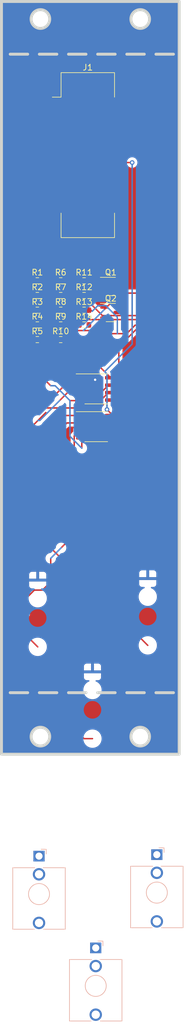
<source format=kicad_pcb>
(kicad_pcb (version 20221018) (generator pcbnew)
  (layers (0 "F.Cu" signal) (31 "B.Cu" signal) (34 "B.Paste" user) (35 "F.Paste" user) (36 "B.SilkS" user "B.Silkscreen") (37 "F.SilkS" user "F.Silkscreen") (38 "B.Mask" user) (39 "F.Mask" user) (44 "Edge.Cuts" user))
  (net 0 "")
  (net 1 "-12V")
  (net 2 "GND")
  (net 3 "+12V")
  (net 4 "Net-(JCV1-PadT)")
  (net 6 "Net-(JIN1-PadT)")
  (net 8 "Net-(JOUT1-PadT)")
  (net 10 "Net-(Q1-E)")
  (net 11 "Net-(Q1-B)")
  (net 12 "Net-(R1-Pad1)")
  (net 13 "Net-(U1A--)")
  (net 14 "Net-(U1B-+)")
  (net 15 "Net-(U1B--)")
  (net 16 "Net-(R10-Pad1)")
  (net 17 "Net-(U2A--)")
  (net 18 "Net-(U2A-+)")
  (net 22 "+5V")
  (net 23 "Net-(J1-CV_L)")
  (net 24 "Net-(J1-GATE_L)")
  (net 25 "Net-(Q1-C)")
  (net 26 "Net-(Q2-C)")
  (footprint "Resistor_SMD:R_0603_1608Metric" (layer "F.Cu") (at 26.153 75.214)
    (fp_text reference "R4" (at 0 -1.43) (layer "F.SilkS"))
    (fp_text value "100k")
    (fp_line (start -0.237258 -0.5225) (end 0.237258 -0.5225) (stroke (width 0.12)) (layer "F.SilkS"))
    (fp_line (start -0.237258 0.5225) (end 0.237258 0.5225) (stroke (width 0.12)) (layer "F.SilkS"))
    (pad "1" smd roundrect (at -0.825 0) (size 0.8 0.95) (layers "F.Cu" "F.Paste" "F.Mask") (net 6 "Net-(JIN1-PadT)"))
    (pad "2" smd roundrect (at 0.825 0) (size 0.8 0.95) (layers "F.Cu" "F.Paste" "F.Mask") (net 11 "Net-(Q1-B)"))
  )
  (footprint "Resistor_SMD:R_0603_1608Metric" (layer "F.Cu") (at 26.153 72.704)
    (fp_text reference "R3" (at 0 -1.43) (layer "F.SilkS"))
    (fp_text value "200k")
    (fp_line (start -0.237258 -0.5225) (end 0.237258 -0.5225) (stroke (width 0.12)) (layer "F.SilkS"))
    (fp_line (start -0.237258 0.5225) (end 0.237258 0.5225) (stroke (width 0.12)) (layer "F.SilkS"))
    (pad "1" smd roundrect (at -0.825 0) (size 0.8 0.95) (layers "F.Cu" "F.Paste" "F.Mask") (net 4 "Net-(JCV1-PadT)"))
    (pad "2" smd roundrect (at 0.825 0) (size 0.8 0.95) (layers "F.Cu" "F.Paste" "F.Mask") (net 13 "Net-(U1A--)"))
  )
  (footprint "Resistor_SMD:R_0603_1608Metric" (layer "F.Cu") (at 30.163 72.704)
    (fp_text reference "R8" (at 0 -1.43) (layer "F.SilkS"))
    (fp_text value "10k")
    (fp_line (start -0.237258 -0.5225) (end 0.237258 -0.5225) (stroke (width 0.12)) (layer "F.SilkS"))
    (fp_line (start -0.237258 0.5225) (end 0.237258 0.5225) (stroke (width 0.12)) (layer "F.SilkS"))
    (pad "1" smd roundrect (at -0.825 0) (size 0.8 0.95) (layers "F.Cu" "F.Paste" "F.Mask") (net 15 "Net-(U1B--)"))
    (pad "2" smd roundrect (at 0.825 0) (size 0.8 0.95) (layers "F.Cu" "F.Paste" "F.Mask") (net 25 "Net-(Q1-C)"))
  )
  (footprint "Resistor_SMD:R_0603_1608Metric" (layer "F.Cu") (at 30.163 67.684)
    (fp_text reference "R6" (at 0 -1.43) (layer "F.SilkS"))
    (fp_text value "100k")
    (fp_line (start -0.237258 -0.5225) (end 0.237258 -0.5225) (stroke (width 0.12)) (layer "F.SilkS"))
    (fp_line (start -0.237258 0.5225) (end 0.237258 0.5225) (stroke (width 0.12)) (layer "F.SilkS"))
    (pad "1" smd roundrect (at -0.825 0) (size 0.8 0.95) (layers "F.Cu" "F.Paste" "F.Mask") (net 26 "Net-(Q2-C)"))
    (pad "2" smd roundrect (at 0.825 0) (size 0.8 0.95) (layers "F.Cu" "F.Paste" "F.Mask") (net 3 "+12V"))
  )
  (footprint "Package_TO_SOT_SMD:SOT-23-3" (layer "F.Cu") (at 38.753 73.104)
    (fp_text reference "Q2" (at 0 -2.4) (layer "F.SilkS"))
    (fp_text value "2N3904")
    (fp_line (start 0 -1.56) (end -1.8 -1.56) (stroke (width 0.12)) (layer "F.SilkS"))
    (fp_line (start 0 -1.56) (end 0.8 -1.56) (stroke (width 0.12)) (layer "F.SilkS"))
    (fp_line (start 0 1.56) (end -0.8 1.56) (stroke (width 0.12)) (layer "F.SilkS"))
    (fp_line (start 0 1.56) (end 0.8 1.56) (stroke (width 0.12)) (layer "F.SilkS"))
    (pad "1" smd roundrect (at -1.1375 -0.95) (size 1.325 0.6) (layers "F.Cu" "F.Paste" "F.Mask") (net 10 "Net-(Q1-E)"))
    (pad "2" smd roundrect (at -1.1375 0.95) (size 1.325 0.6) (layers "F.Cu" "F.Paste" "F.Mask") (net 2 "GND"))
    (pad "3" smd roundrect (at 1.1375 0) (size 1.325 0.6) (layers "F.Cu" "F.Paste" "F.Mask") (net 26 "Net-(Q2-C)"))
  )
  (footprint "Resistor_SMD:R_0603_1608Metric" (layer "F.Cu") (at 34.173 67.684)
    (fp_text reference "R11" (at 0 -1.43) (layer "F.SilkS"))
    (fp_text value "1k")
    (fp_line (start -0.237258 -0.5225) (end 0.237258 -0.5225) (stroke (width 0.12)) (layer "F.SilkS"))
    (fp_line (start -0.237258 0.5225) (end 0.237258 0.5225) (stroke (width 0.12)) (layer "F.SilkS"))
    (pad "1" smd roundrect (at -0.825 0) (size 0.8 0.95) (layers "F.Cu" "F.Paste" "F.Mask") (net 2 "GND"))
    (pad "2" smd roundrect (at 0.825 0) (size 0.8 0.95) (layers "F.Cu" "F.Paste" "F.Mask") (net 17 "Net-(U2A--)"))
  )
  (footprint "Resistor_SMD:R_0603_1608Metric" (layer "F.Cu") (at 34.173 72.704)
    (fp_text reference "R13" (at 0 -1.43) (layer "F.SilkS"))
    (fp_text value "470k")
    (fp_line (start -0.237258 -0.5225) (end 0.237258 -0.5225) (stroke (width 0.12)) (layer "F.SilkS"))
    (fp_line (start -0.237258 0.5225) (end 0.237258 0.5225) (stroke (width 0.12)) (layer "F.SilkS"))
    (pad "1" smd roundrect (at -0.825 0) (size 0.8 0.95) (layers "F.Cu" "F.Paste" "F.Mask") (net 2 "GND"))
    (pad "2" smd roundrect (at 0.825 0) (size 0.8 0.95) (layers "F.Cu" "F.Paste" "F.Mask") (net 14 "Net-(U1B-+)"))
  )
  (footprint "Package_SO:SOIC-8_3.9x4.9mm_P1.27mm" (layer "F.Cu") (at 36.257 92.588)
    (fp_text reference "U2" hide)
    (fp_text value "TL072" hide)
    (fp_line (start 0 -2.56) (end -3.45 -2.56) (stroke (width 0.12)) (layer "F.SilkS"))
    (fp_line (start 0 -2.56) (end 1.95 -2.56) (stroke (width 0.12)) (layer "F.SilkS"))
    (fp_line (start 0 2.56) (end -1.95 2.56) (stroke (width 0.12)) (layer "F.SilkS"))
    (fp_line (start 0 2.56) (end 1.95 2.56) (stroke (width 0.12)) (layer "F.SilkS"))
    (pad "1" smd roundrect (at -2.475 -1.905) (size 1.95 0.6) (layers "F.Cu" "F.Paste" "F.Mask") (net 16 "Net-(R10-Pad1)"))
    (pad "2" smd roundrect (at -2.475 -0.635) (size 1.95 0.6) (layers "F.Cu" "F.Paste" "F.Mask") (net 17 "Net-(U2A--)"))
    (pad "3" smd roundrect (at -2.475 0.635) (size 1.95 0.6) (layers "F.Cu" "F.Paste" "F.Mask") (net 18 "Net-(U2A-+)"))
    (pad "4" smd roundrect (at -2.475 1.905) (size 1.95 0.6) (layers "F.Cu" "F.Paste" "F.Mask") (net 1 "-12V"))
    (pad "5" smd roundrect (at 2.475 1.905) (size 1.95 0.6) (layers "F.Cu" "F.Paste" "F.Mask"))
    (pad "6" smd roundrect (at 2.475 0.635) (size 1.95 0.6) (layers "F.Cu" "F.Paste" "F.Mask"))
    (pad "7" smd roundrect (at 2.475 -0.635) (size 1.95 0.6) (layers "F.Cu" "F.Paste" "F.Mask"))
    (pad "8" smd roundrect (at 2.475 -1.905) (size 1.95 0.6) (layers "F.Cu" "F.Paste" "F.Mask") (net 3 "+12V"))
  )
  (footprint "Resistor_SMD:R_0603_1608Metric" (layer "F.Cu") (at 26.153 67.684)
    (fp_text reference "R1" (at 0 -1.43) (layer "F.SilkS"))
    (fp_text value "10k")
    (fp_line (start -0.237258 -0.5225) (end 0.237258 -0.5225) (stroke (width 0.12)) (layer "F.SilkS"))
    (fp_line (start -0.237258 0.5225) (end 0.237258 0.5225) (stroke (width 0.12)) (layer "F.SilkS"))
    (pad "1" smd roundrect (at -0.825 0) (size 0.8 0.95) (layers "F.Cu" "F.Paste" "F.Mask") (net 12 "Net-(R1-Pad1)"))
    (pad "2" smd roundrect (at 0.825 0) (size 0.8 0.95) (layers "F.Cu" "F.Paste" "F.Mask") (net 10 "Net-(Q1-E)"))
  )
  (footprint "Resistor_SMD:R_0603_1608Metric" (layer "F.Cu") (at 26.153 70.194)
    (fp_text reference "R2" (at 0 -1.43) (layer "F.SilkS"))
    (fp_text value "33k")
    (fp_line (start -0.237258 -0.5225) (end 0.237258 -0.5225) (stroke (width 0.12)) (layer "F.SilkS"))
    (fp_line (start -0.237258 0.5225) (end 0.237258 0.5225) (stroke (width 0.12)) (layer "F.SilkS"))
    (pad "1" smd roundrect (at -0.825 0) (size 0.8 0.95) (layers "F.Cu" "F.Paste" "F.Mask") (net 13 "Net-(U1A--)"))
    (pad "2" smd roundrect (at 0.825 0) (size 0.8 0.95) (layers "F.Cu" "F.Paste" "F.Mask") (net 12 "Net-(R1-Pad1)"))
  )
  (footprint "Connector_IDC:IDC-Header_2x08_P2.54mm_Vertical_SMD" (layer "F.Cu") (at 34.808 46.232)
    (fp_text reference "J1" (at 0 -14.97) (layer "F.SilkS"))
    (fp_text value "EuroPower16")
    (fp_line (start -4.585 -14.08) (end 4.585 -14.08) (stroke (width 0.12)) (layer "F.SilkS"))
    (fp_line (start -4.585 -9.9) (end -6.085 -9.9) (stroke (width 0.12)) (layer "F.SilkS"))
    (fp_line (start -4.585 -9.9) (end -4.585 -14.08) (stroke (width 0.12)) (layer "F.SilkS"))
    (fp_line (start -4.585 9.9) (end -4.585 14.08) (stroke (width 0.12)) (layer "F.SilkS"))
    (fp_line (start -4.585 14.08) (end 4.585 14.08) (stroke (width 0.12)) (layer "F.SilkS"))
    (fp_line (start 4.585 -14.08) (end 4.585 -9.9) (stroke (width 0.12)) (layer "F.SilkS"))
    (fp_line (start 4.585 14.08) (end 4.585 9.9) (stroke (width 0.12)) (layer "F.SilkS"))
    (pad "1" smd roundrect (at -3.8 -8.89) (size 5 1.02) (layers "F.Cu" "F.Paste" "F.Mask") (net 1 "-12V"))
    (pad "2" smd roundrect (at 3.8 -8.89) (size 5 1.02) (layers "F.Cu" "F.Paste" "F.Mask") (net 1 "-12V"))
    (pad "3" smd roundrect (at -3.8 -6.35) (size 5 1.02) (layers "F.Cu" "F.Paste" "F.Mask") (net 2 "GND"))
    (pad "4" smd roundrect (at 3.8 -6.35) (size 5 1.02) (layers "F.Cu" "F.Paste" "F.Mask") (net 2 "GND"))
    (pad "5" smd roundrect (at -3.8 -3.81) (size 5 1.02) (layers "F.Cu" "F.Paste" "F.Mask") (net 2 "GND"))
    (pad "6" smd roundrect (at 3.8 -3.81) (size 5 1.02) (layers "F.Cu" "F.Paste" "F.Mask") (net 2 "GND"))
    (pad "7" smd roundrect (at -3.8 -1.27) (size 5 1.02) (layers "F.Cu" "F.Paste" "F.Mask") (net 2 "GND"))
    (pad "8" smd roundrect (at 3.8 -1.27) (size 5 1.02) (layers "F.Cu" "F.Paste" "F.Mask") (net 2 "GND"))
    (pad "9" smd roundrect (at -3.8 1.27) (size 5 1.02) (layers "F.Cu" "F.Paste" "F.Mask") (net 3 "+12V"))
    (pad "10" smd roundrect (at 3.8 1.27) (size 5 1.02) (layers "F.Cu" "F.Paste" "F.Mask") (net 3 "+12V"))
    (pad "11" smd roundrect (at -3.8 3.81) (size 5 1.02) (layers "F.Cu" "F.Paste" "F.Mask") (net 22 "+5V"))
    (pad "12" smd roundrect (at 3.8 3.81) (size 5 1.02) (layers "F.Cu" "F.Paste" "F.Mask") (net 22 "+5V"))
    (pad "13" smd roundrect (at -3.8 6.35) (size 5 1.02) (layers "F.Cu" "F.Paste" "F.Mask") (net 23 "Net-(J1-CV_L)"))
    (pad "14" smd roundrect (at 3.8 6.35) (size 5 1.02) (layers "F.Cu" "F.Paste" "F.Mask") (net 23 "Net-(J1-CV_L)"))
    (pad "15" smd roundrect (at -3.8 8.89) (size 5 1.02) (layers "F.Cu" "F.Paste" "F.Mask") (net 24 "Net-(J1-GATE_L)"))
    (pad "16" smd roundrect (at 3.8 8.89) (size 5 1.02) (layers "F.Cu" "F.Paste" "F.Mask") (net 24 "Net-(J1-GATE_L)"))
  )
  (footprint "Resistor_SMD:R_0603_1608Metric" (layer "F.Cu") (at 30.163 70.194)
    (fp_text reference "R7" (at 0 -1.43) (layer "F.SilkS"))
    (fp_text value "10k")
    (fp_line (start -0.237258 -0.5225) (end 0.237258 -0.5225) (stroke (width 0.12)) (layer "F.SilkS"))
    (fp_line (start -0.237258 0.5225) (end 0.237258 0.5225) (stroke (width 0.12)) (layer "F.SilkS"))
    (pad "1" smd roundrect (at -0.825 0) (size 0.8 0.95) (layers "F.Cu" "F.Paste" "F.Mask") (net 14 "Net-(U1B-+)"))
    (pad "2" smd roundrect (at 0.825 0) (size 0.8 0.95) (layers "F.Cu" "F.Paste" "F.Mask") (net 26 "Net-(Q2-C)"))
  )
  (footprint "Resistor_SMD:R_0603_1608Metric" (layer "F.Cu") (at 30.163 77.724)
    (fp_text reference "R10" (at 0 -1.43) (layer "F.SilkS"))
    (fp_text value "1k")
    (fp_line (start -0.237258 -0.5225) (end 0.237258 -0.5225) (stroke (width 0.12)) (layer "F.SilkS"))
    (fp_line (start -0.237258 0.5225) (end 0.237258 0.5225) (stroke (width 0.12)) (layer "F.SilkS"))
    (pad "1" smd roundrect (at -0.825 0) (size 0.8 0.95) (layers "F.Cu" "F.Paste" "F.Mask") (net 16 "Net-(R10-Pad1)"))
    (pad "2" smd roundrect (at 0.825 0) (size 0.8 0.95) (layers "F.Cu" "F.Paste" "F.Mask") (net 8 "Net-(JOUT1-PadT)"))
  )
  (footprint "Package_SO:SOIC-8_3.9x4.9mm_P1.27mm" (layer "F.Cu") (at 36.257 86.138)
    (fp_text reference "U1" hide)
    (fp_text value "TL072")
    (fp_line (start 0 -2.56) (end -3.45 -2.56) (stroke (width 0.12)) (layer "F.SilkS"))
    (fp_line (start 0 -2.56) (end 1.95 -2.56) (stroke (width 0.12)) (layer "F.SilkS"))
    (fp_line (start 0 2.56) (end -1.95 2.56) (stroke (width 0.12)) (layer "F.SilkS"))
    (fp_line (start 0 2.56) (end 1.95 2.56) (stroke (width 0.12)) (layer "F.SilkS"))
    (pad "1" smd roundrect (at -2.475 -1.905) (size 1.95 0.6) (layers "F.Cu" "F.Paste" "F.Mask") (net 12 "Net-(R1-Pad1)"))
    (pad "2" smd roundrect (at -2.475 -0.635) (size 1.95 0.6) (layers "F.Cu" "F.Paste" "F.Mask") (net 13 "Net-(U1A--)"))
    (pad "3" smd roundrect (at -2.475 0.635) (size 1.95 0.6) (layers "F.Cu" "F.Paste" "F.Mask") (net 2 "GND"))
    (pad "4" smd roundrect (at -2.475 1.905) (size 1.95 0.6) (layers "F.Cu" "F.Paste" "F.Mask") (net 1 "-12V"))
    (pad "5" smd roundrect (at 2.475 1.905) (size 1.95 0.6) (layers "F.Cu" "F.Paste" "F.Mask") (net 14 "Net-(U1B-+)"))
    (pad "6" smd roundrect (at 2.475 0.635) (size 1.95 0.6) (layers "F.Cu" "F.Paste" "F.Mask") (net 15 "Net-(U1B--)"))
    (pad "7" smd roundrect (at 2.475 -0.635) (size 1.95 0.6) (layers "F.Cu" "F.Paste" "F.Mask") (net 18 "Net-(U2A-+)"))
    (pad "8" smd roundrect (at 2.475 -1.905) (size 1.95 0.6) (layers "F.Cu" "F.Paste" "F.Mask") (net 3 "+12V"))
  )
  (footprint "Package_TO_SOT_SMD:SOT-23-3" (layer "F.Cu") (at 38.753 68.654)
    (fp_text reference "Q1" (at 0 -2.4) (layer "F.SilkS"))
    (fp_text value "2N3904")
    (fp_line (start 0 -1.56) (end -1.8 -1.56) (stroke (width 0.12)) (layer "F.SilkS"))
    (fp_line (start 0 -1.56) (end 0.8 -1.56) (stroke (width 0.12)) (layer "F.SilkS"))
    (fp_line (start 0 1.56) (end -0.8 1.56) (stroke (width 0.12)) (layer "F.SilkS"))
    (fp_line (start 0 1.56) (end 0.8 1.56) (stroke (width 0.12)) (layer "F.SilkS"))
    (pad "1" smd roundrect (at -1.1375 -0.95) (size 1.325 0.6) (layers "F.Cu" "F.Paste" "F.Mask") (net 10 "Net-(Q1-E)"))
    (pad "2" smd roundrect (at -1.1375 0.95) (size 1.325 0.6) (layers "F.Cu" "F.Paste" "F.Mask") (net 11 "Net-(Q1-B)"))
    (pad "3" smd roundrect (at 1.1375 0) (size 1.325 0.6) (layers "F.Cu" "F.Paste" "F.Mask") (net 25 "Net-(Q1-C)"))
  )
  (footprint "Resistor_SMD:R_0603_1608Metric" (layer "F.Cu") (at 26.153 77.724)
    (fp_text reference "R5" (at 0 -1.43) (layer "F.SilkS"))
    (fp_text value "100k")
    (fp_line (start -0.237258 -0.5225) (end 0.237258 -0.5225) (stroke (width 0.12)) (layer "F.SilkS"))
    (fp_line (start -0.237258 0.5225) (end 0.237258 0.5225) (stroke (width 0.12)) (layer "F.SilkS"))
    (pad "1" smd roundrect (at -0.825 0) (size 0.8 0.95) (layers "F.Cu" "F.Paste" "F.Mask") (net 25 "Net-(Q1-C)"))
    (pad "2" smd roundrect (at 0.825 0) (size 0.8 0.95) (layers "F.Cu" "F.Paste" "F.Mask") (net 3 "+12V"))
  )
  (footprint "Resistor_SMD:R_0603_1608Metric" (layer "F.Cu") (at 34.173 75.214)
    (fp_text reference "R14" (at 0 -1.43) (layer "F.SilkS"))
    (fp_text value "470k")
    (fp_line (start -0.237258 -0.5225) (end 0.237258 -0.5225) (stroke (width 0.12)) (layer "F.SilkS"))
    (fp_line (start -0.237258 0.5225) (end 0.237258 0.5225) (stroke (width 0.12)) (layer "F.SilkS"))
    (pad "1" smd roundrect (at -0.825 0) (size 0.8 0.95) (layers "F.Cu" "F.Paste" "F.Mask") (net 18 "Net-(U2A-+)"))
    (pad "2" smd roundrect (at 0.825 0) (size 0.8 0.95) (layers "F.Cu" "F.Paste" "F.Mask") (net 15 "Net-(U1B--)"))
  )
  (footprint "Resistor_SMD:R_0603_1608Metric" (layer "F.Cu") (at 30.163 75.214)
    (fp_text reference "R9" (at 0 -1.43) (layer "F.SilkS"))
    (fp_text value "100")
    (fp_line (start -0.237258 -0.5225) (end 0.237258 -0.5225) (stroke (width 0.12)) (layer "F.SilkS"))
    (fp_line (start -0.237258 0.5225) (end 0.237258 0.5225) (stroke (width 0.12)) (layer "F.SilkS"))
    (pad "1" smd roundrect (at -0.825 0) (size 0.8 0.95) (layers "F.Cu" "F.Paste" "F.Mask") (net 2 "GND"))
    (pad "2" smd roundrect (at 0.825 0) (size 0.8 0.95) (layers "F.Cu" "F.Paste" "F.Mask") (net 11 "Net-(Q1-B)"))
  )
  (footprint "Resistor_SMD:R_0603_1608Metric" (layer "F.Cu") (at 34.173 70.194)
    (fp_text reference "R12" (at 0 -1.43) (layer "F.SilkS"))
    (fp_text value "3k")
    (fp_line (start -0.237258 -0.5225) (end 0.237258 -0.5225) (stroke (width 0.12)) (layer "F.SilkS"))
    (fp_line (start -0.237258 0.5225) (end 0.237258 0.5225) (stroke (width 0.12)) (layer "F.SilkS"))
    (pad "1" smd roundrect (at -0.825 0) (size 0.8 0.95) (layers "F.Cu" "F.Paste" "F.Mask") (net 17 "Net-(U2A--)"))
    (pad "2" smd roundrect (at 0.825 0) (size 0.8 0.95) (layers "F.Cu" "F.Paste" "F.Mask"))
  )
  (footprint "Connector_Audio:Jack_3.5mm_QingPu_WQP-PJ398SM_Vertical_CircularHoles" (layer "B.Cu") (at 36.168735 181.5688 180)
    (fp_text reference "JCV1" hide)
    (fp_text value "Thonkiconn")
    (fp_line (start -4.5 -1.98) (end -4.5 -12.48) (stroke (width 0.12)) (layer "B.SilkS"))
    (fp_line (start -1.23 1.17) (end -1.23 0.37) (stroke (width 0.12)) (layer "B.SilkS"))
    (fp_line (start -1.23 1.17) (end -0.37 1.17) (stroke (width 0.12)) (layer "B.SilkS"))
    (fp_line (start -0.8 -12.48) (end -4.5 -12.48) (stroke (width 0.12)) (layer "B.SilkS"))
    (fp_line (start -0.72 -1.98) (end -4.5 -1.98) (stroke (width 0.12)) (layer "B.SilkS"))
    (fp_line (start 4.5 -12.48) (end 0.8 -12.48) (stroke (width 0.12)) (layer "B.SilkS"))
    (fp_line (start 4.5 -1.98) (end 0.72 -1.98) (stroke (width 0.12)) (layer "B.SilkS"))
    (fp_line (start 4.5 -1.98) (end 4.5 -12.48) (stroke (width 0.12)) (layer "B.SilkS"))
    (fp_circle (center 0 -6.48) (end 1.8 -6.48) (stroke (width 0.12)) (fill none) (layer "B.SilkS"))
    (pad "S" thru_hole rect (at 0 0) (size 1.93 1.83) (drill 1.22) (layers "*.Cu" "*.Mask") (net 2 "GND"))
    (pad "T" thru_hole circle (at 0 -11.4) (size 2.13 2.13) (drill 1.43) (layers "*.Cu" "*.Mask") (net 4 "Net-(JCV1-PadT)"))
    (pad "TN" thru_hole circle (at 0 -3.1) (size 2.13 2.13) (drill 1.42) (layers "*.Cu" "*.Mask"))
    (zone (net 0) (net_name "") (layer "B.Cu") (connect_pads (clearance 0)) (min_thickness 0.254)
      (keepout (tracks not_allowed) (vias not_allowed) (pads not_allowed) (copperpour not_allowed) (footprints not_allowed))
      (fill (thermal_gap 0.508) (thermal_bridge_width 0.508))
      (polygon (pts (xy 34.663594 188.0488) (xy 34.683805 187.802971) (xy 34.743894 187.563745) (xy 34.842249 187.337544) (xy 34.976227 187.130445) (xy 35.142231 186.94801) (xy 35.335803 186.795136) (xy 35.551743 186.675931) (xy 35.784253 186.593594) (xy 36.027089 186.550339) (xy 36.273728 186.547325) (xy 36.517548 186.584635) (xy 36.752001 186.661266) (xy 36.970789 186.77516) (xy 37.168038 186.923258) (xy 37.338449 187.101584) (xy 37.477447 187.305348) (xy 37.581299 187.529078) (xy 37.647216 187.766765) (xy 37.673427 188.012026) (xy 37.659228 188.258275) (xy 37.605001 188.498899) (xy 37.512203 188.727434) (xy 37.383324 188.937745) (xy 37.221827 189.124182) (xy 37.032048 189.281739) (xy 36.819085 189.406185) (xy 36.588656 189.494177) (xy 36.34695 189.543353) (xy 36.100457 189.552392) (xy 35.855799 189.52105) (xy 35.619544 189.45017) (xy 35.398038 189.341656) (xy 35.19723 189.198421) (xy 35.022512 189.024312) (xy 34.878577 188.824005) (xy 34.76929 188.602879) (xy 34.697586 188.366874) (xy 34.665391 188.122326)))
    )
  )
  (footprint "Connector_Audio:Jack_3.5mm_QingPu_WQP-PJ398SM_Vertical_CircularHoles" (layer "B.Cu") (at 46.649534 165.647 180)
    (fp_text reference "JOUT1" hide)
    (fp_text value "Thonkiconn")
    (fp_line (start -4.5 -1.98) (end -4.5 -12.48) (stroke (width 0.12)) (layer "B.SilkS"))
    (fp_line (start -1.23 1.17) (end -1.23 0.37) (stroke (width 0.12)) (layer "B.SilkS"))
    (fp_line (start -1.23 1.17) (end -0.37 1.17) (stroke (width 0.12)) (layer "B.SilkS"))
    (fp_line (start -0.8 -12.48) (end -4.5 -12.48) (stroke (width 0.12)) (layer "B.SilkS"))
    (fp_line (start -0.72 -1.98) (end -4.5 -1.98) (stroke (width 0.12)) (layer "B.SilkS"))
    (fp_line (start 4.5 -12.48) (end 0.8 -12.48) (stroke (width 0.12)) (layer "B.SilkS"))
    (fp_line (start 4.5 -1.98) (end 0.72 -1.98) (stroke (width 0.12)) (layer "B.SilkS"))
    (fp_line (start 4.5 -1.98) (end 4.5 -12.48) (stroke (width 0.12)) (layer "B.SilkS"))
    (fp_circle (center 0 -6.48) (end 1.8 -6.48) (stroke (width 0.12)) (fill none) (layer "B.SilkS"))
    (pad "S" thru_hole rect (at 0 0) (size 1.93 1.83) (drill 1.22) (layers "*.Cu" "*.Mask") (net 2 "GND"))
    (pad "T" thru_hole circle (at 0 -11.4) (size 2.13 2.13) (drill 1.43) (layers "*.Cu" "*.Mask") (net 8 "Net-(JOUT1-PadT)"))
    (pad "TN" thru_hole circle (at 0 -3.1) (size 2.13 2.13) (drill 1.42) (layers "*.Cu" "*.Mask"))
    (zone (net 0) (net_name "") (layer "B.Cu") (connect_pads (clearance 0)) (min_thickness 0.254)
      (keepout (tracks not_allowed) (vias not_allowed) (pads not_allowed) (copperpour not_allowed) (footprints not_allowed))
      (fill (thermal_gap 0.508) (thermal_bridge_width 0.508))
      (polygon (pts (xy 45.144393 172.127) (xy 45.164604 171.881171) (xy 45.224693 171.641945) (xy 45.323048 171.415744) (xy 45.457026 171.208645) (xy 45.62303 171.02621) (xy 45.816602 170.873336) (xy 46.032542 170.754131) (xy 46.265052 170.671794) (xy 46.507888 170.628539) (xy 46.754527 170.625525) (xy 46.998347 170.662835) (xy 47.2328 170.739466) (xy 47.451588 170.85336) (xy 47.648837 171.001458) (xy 47.819248 171.179784) (xy 47.958246 171.383548) (xy 48.062098 171.607278) (xy 48.128015 171.844965) (xy 48.154226 172.090226) (xy 48.140027 172.336475) (xy 48.0858 172.577099) (xy 47.993002 172.805634) (xy 47.864123 173.015945) (xy 47.702626 173.202382) (xy 47.512847 173.359939) (xy 47.299884 173.484385) (xy 47.069455 173.572377) (xy 46.827749 173.621553) (xy 46.581256 173.630592) (xy 46.336598 173.59925) (xy 46.100343 173.52837) (xy 45.878837 173.419856) (xy 45.678029 173.276621) (xy 45.503311 173.102512) (xy 45.359376 172.902205) (xy 45.250089 172.681079) (xy 45.178385 172.445074) (xy 45.14619 172.200526)))
    )
  )
  (footprint "Connector_Audio:Jack_3.5mm_QingPu_WQP-PJ398SM_Vertical_CircularHoles" (layer "B.Cu") (at 26.44087 165.901 180)
    (fp_text reference "JIN1" hide)
    (fp_text value "Thonkiconn")
    (fp_line (start -4.5 -1.98) (end -4.5 -12.48) (stroke (width 0.12)) (layer "B.SilkS"))
    (fp_line (start -1.23 1.17) (end -1.23 0.37) (stroke (width 0.12)) (layer "B.SilkS"))
    (fp_line (start -1.23 1.17) (end -0.37 1.17) (stroke (width 0.12)) (layer "B.SilkS"))
    (fp_line (start -0.8 -12.48) (end -4.5 -12.48) (stroke (width 0.12)) (layer "B.SilkS"))
    (fp_line (start -0.72 -1.98) (end -4.5 -1.98) (stroke (width 0.12)) (layer "B.SilkS"))
    (fp_line (start 4.5 -12.48) (end 0.8 -12.48) (stroke (width 0.12)) (layer "B.SilkS"))
    (fp_line (start 4.5 -1.98) (end 0.72 -1.98) (stroke (width 0.12)) (layer "B.SilkS"))
    (fp_line (start 4.5 -1.98) (end 4.5 -12.48) (stroke (width 0.12)) (layer "B.SilkS"))
    (fp_circle (center 0 -6.48) (end 1.8 -6.48) (stroke (width 0.12)) (fill none) (layer "B.SilkS"))
    (pad "S" thru_hole rect (at 0 0) (size 1.93 1.83) (drill 1.22) (layers "*.Cu" "*.Mask") (net 2 "GND"))
    (pad "T" thru_hole circle (at 0 -11.4) (size 2.13 2.13) (drill 1.43) (layers "*.Cu" "*.Mask") (net 6 "Net-(JIN1-PadT)"))
    (pad "TN" thru_hole circle (at 0 -3.1) (size 2.13 2.13) (drill 1.42) (layers "*.Cu" "*.Mask"))
    (zone (net 0) (net_name "") (layer "B.Cu") (connect_pads (clearance 0)) (min_thickness 0.254)
      (keepout (tracks not_allowed) (vias not_allowed) (pads not_allowed) (copperpour not_allowed) (footprints not_allowed))
      (fill (thermal_gap 0.508) (thermal_bridge_width 0.508))
      (polygon (pts (xy 24.935729 172.381) (xy 24.95594 172.135171) (xy 25.016029 171.895945) (xy 25.114384 171.669744) (xy 25.248362 171.462645) (xy 25.414366 171.28021) (xy 25.607938 171.127336) (xy 25.823878 171.008131) (xy 26.056388 170.925794) (xy 26.299224 170.882539) (xy 26.545863 170.879525) (xy 26.789683 170.916835) (xy 27.024136 170.993466) (xy 27.242924 171.10736) (xy 27.440173 171.255458) (xy 27.610584 171.433784) (xy 27.749582 171.637548) (xy 27.853434 171.861278) (xy 27.919351 172.098965) (xy 27.945562 172.344226) (xy 27.931363 172.590475) (xy 27.877136 172.831099) (xy 27.784338 173.059634) (xy 27.655459 173.269945) (xy 27.493962 173.456382) (xy 27.304183 173.613939) (xy 27.09122 173.738385) (xy 26.860791 173.826377) (xy 26.619085 173.875553) (xy 26.372592 173.884592) (xy 26.127934 173.85325) (xy 25.891679 173.78237) (xy 25.670173 173.673856) (xy 25.469365 173.530621) (xy 25.294647 173.356512) (xy 25.150712 173.156205) (xy 25.041425 172.935079) (xy 24.969721 172.699074) (xy 24.937526 172.454526)))
    )
  )
  (gr_line (start 41.5 29) (end 44.5 29) (stroke (width 0.5)) (layer "Edge.Cuts"))
  (gr_circle (center 26.68 23) (end 26.68 24.6) (stroke (width 0.5)) (fill none) (layer "Edge.Cuts"))
  (gr_line (start 26.5 138) (end 29.5 138) (stroke (width 0.5)) (layer "Edge.Cuts"))
  (gr_line (start 31.5 138) (end 34.5 138) (stroke (width 0.5)) (layer "Edge.Cuts"))
  (gr_line (start 46.5 29) (end 49.5 29) (stroke (width 0.5)) (layer "Edge.Cuts"))
  (gr_line (start 41.5 138) (end 44.5 138) (stroke (width 0.5)) (layer "Edge.Cuts"))
  (gr_line (start 26.5 29) (end 29.5 29) (stroke (width 0.5)) (layer "Edge.Cuts"))
  (gr_circle (center 43.8 145.5) (end 43.8 147.1) (stroke (width 0.5)) (fill none) (layer "Edge.Cuts"))
  (gr_line (start 21.5 138) (end 24.5 138) (stroke (width 0.5)) (layer "Edge.Cuts"))
  (gr_line (start 36.5 138) (end 39.5 138) (stroke (width 0.5)) (layer "Edge.Cuts"))
  (gr_rect (start 20 20) (end 50.48 148.5) (stroke (width 0.5)) (fill none) (layer "Edge.Cuts"))
  (gr_circle (center 26.68 145.5) (end 26.68 147.1) (stroke (width 0.5)) (fill none) (layer "Edge.Cuts"))
  (gr_circle (center 43.8 23) (end 43.8 24.6) (stroke (width 0.5)) (fill none) (layer "Edge.Cuts"))
  (gr_line (start 46.5 138) (end 49.5 138) (stroke (width 0.5)) (layer "Edge.Cuts"))
  (gr_line (start 36.5 29) (end 39.5 29) (stroke (width 0.5)) (layer "Edge.Cuts"))
  (gr_line (start 21.5 29) (end 24.5 29) (stroke (width 0.5)) (layer "Edge.Cuts"))
  (gr_line (start 31.5 29) (end 34.5 29) (stroke (width 0.5)) (layer "Edge.Cuts"))
  (segment (start 26.574434 96.134172) (end 26.574434 111.404327) (width 0.25) (layer "F.Cu") (net 0))
  (segment (start 26.574434 111.404327) (end 45.093107 129.923) (width 0.25) (layer "F.Cu") (net 0))
  (segment (start 26.831 40.734756) (end 26.831 83.981) (width 0.25) (layer "F.Cu") (net 1))
  (segment (start 33.782 96.266) (end 33.782 94.489) (width 0.25) (layer "F.Cu") (net 1))
  (segment (start 26.831 83.981) (end 28.448 85.598) (width 0.25) (layer "F.Cu") (net 1))
  (segment (start 30.227756 37.338) (end 26.831 40.734756) (width 0.25) (layer "F.Cu") (net 1))
  (segment (start 33.683 88.138) (end 33.782 88.039) (width 0.25) (layer "F.Cu") (net 1))
  (segment (start 31.008 37.338) (end 30.227756 37.338) (width 0.25) (layer "F.Cu") (net 1))
  (segment (start 31.75 88.138) (end 33.683 88.138) (width 0.25) (layer "F.Cu") (net 1))
  (segment (start 38.608 37.338) (end 31.008 37.338) (width 0.25) (layer "F.Cu") (net 1))
  (segment (start 29.21 85.598) (end 31.75 88.138) (width 0.25) (layer "B.Cu") (net 1))
  (segment (start 31.75 94.234) (end 33.782 96.266) (width 0.25) (layer "B.Cu") (net 1))
  (segment (start 31.75 88.138) (end 31.75 94.234) (width 0.25) (layer "B.Cu") (net 1))
  (segment (start 28.448 85.598) (end 29.21 85.598) (width 0.25) (layer "B.Cu") (net 1))
  (segment (start 27.8185 66.802) (end 27.8185 74.173403) (width 0.25) (layer "F.Cu") (net 2))
  (segment (start 27.8185 74.173403) (end 29.55055 75.905453) (width 0.25) (layer "F.Cu") (net 2))
  (segment (start 27.914283 77.54172) (end 29.55055 75.905453) (width 0.25) (layer "F.Cu") (net 2))
  (segment (start 27.914283 81.272044) (end 27.914283 77.54172) (width 0.25) (layer "F.Cu") (net 2))
  (via (at 36.068 84.582) (size 0.8) (drill 0.4) (layers "F.Cu" "B.Cu") (net 2))
  (segment (start 31.177798 76.178521) (end 34.036 76.178521) (width 0.25) (layer "F.Cu") (net 3))
  (segment (start 36.832289 76.964457) (end 36.832289 82.329289) (width 0.25) (layer "F.Cu") (net 3))
  (segment (start 38.732 90.679) (end 38.732 90.294) (width 0.25) (layer "F.Cu") (net 3))
  (segment (start 38.732 90.294) (end 38.1 89.662) (width 0.25) (layer "F.Cu") (net 3))
  (segment (start 34.036 76.178521) (end 36.046353 76.178521) (width 0.25) (layer "F.Cu") (net 3))
  (segment (start 36.046353 76.178521) (end 36.832289 76.964457) (width 0.25) (layer "F.Cu") (net 3))
  (segment (start 36.832289 82.329289) (end 37.7035 83.2005) (width 0.25) (layer "F.Cu") (net 3))
  (segment (start 37.7035 83.2005) (end 38.732 84.229) (width 0.25) (layer "F.Cu") (net 3))
  (segment (start 42.418 47.498) (end 38.608 47.498) (width 0.25) (layer "F.Cu") (net 3))
  (segment (start 31.008 47.498) (end 38.608 47.498) (width 0.25) (layer "F.Cu") (net 3))
  (via (at 38.1 89.662) (size 0.8) (drill 0.4) (layers "F.Cu" "B.Cu") (net 3))
  (via (at 42.418 47.498) (size 0.8) (drill 0.4) (layers "F.Cu" "B.Cu") (net 3))
  (segment (start 38.1 89.662) (end 38.1 83.597) (width 0.25) (layer "B.Cu") (net 3))
  (segment (start 37.7035 83.2005) (end 42.418 78.486) (width 0.25) (layer "B.Cu") (net 3))
  (segment (start 34.057479 76.178521) (end 34.036 76.178521) (width 0.25) (layer "B.Cu") (net 3))
  (segment (start 38.1 83.597) (end 37.7035 83.2005) (width 0.25) (layer "B.Cu") (net 3))
  (segment (start 42.418 78.486) (end 42.418 47.498) (width 0.25) (layer "B.Cu") (net 3))
  (segment (start 37.592 72.644) (end 34.057479 76.178521) (width 0.25) (layer "B.Cu") (net 3))
  (segment (start 43.332538 73.623) (end 46.243538 70.712) (width 0.25) (layer "F.Cu") (net 4))
  (segment (start 37.592 105.664) (end 36.106116 105.664) (width 0.25) (layer "F.Cu") (net 4))
  (segment (start 47.228462 70.712) (end 47.536 71.019538) (width 0.25) (layer "F.Cu") (net 4))
  (segment (start 36.106116 105.664) (end 35.293744 104.851628) (width 0.25) (layer "F.Cu") (net 4))
  (segment (start 35.293744 104.851628) (end 35.293744 108.216256) (width 0.25) (layer "F.Cu") (net 4))
  (segment (start 47.536 71.019538) (end 47.536 95.72) (width 0.25) (layer "F.Cu") (net 4))
  (segment (start 29.539305 65.852) (end 37.310305 73.623) (width 0.25) (layer "F.Cu") (net 4))
  (segment (start 46.243538 70.712) (end 47.228462 70.712) (width 0.25) (layer "F.Cu") (net 4))
  (segment (start 35.293744 108.216256) (end 30.226 113.284) (width 0.25) (layer "F.Cu") (net 4))
  (segment (start 30.0935 65.852) (end 29.539305 65.852) (width 0.25) (layer "F.Cu") (net 4))
  (segment (start 37.310305 73.623) (end 43.332538 73.623) (width 0.25) (layer "F.Cu") (net 4))
  (segment (start 47.536 95.72) (end 37.592 105.664) (width 0.25) (layer "F.Cu") (net 4))
  (segment (start 30.226 113.284) (end 28.448 115.062) (width 0.25) (layer "B.Cu") (net 4))
  (segment (start 26.375 138.051777) (end 34.168023 145.8448) (width 0.25) (layer "F.Cu") (net 6))
  (segment (start 23.654926 132.78211) (end 26.375 135.502184) (width 0.25) (layer "F.Cu") (net 6))
  (segment (start 34.168023 145.8448) (end 35.612307 145.8448) (width 0.25) (layer "F.Cu") (net 6))
  (segment (start 26.375 135.502184) (end 26.375 138.051777) (width 0.25) (layer "F.Cu") (net 6))
  (segment (start 23.849191 122.279826) (end 23.849191 124.57031) (width 0.25) (layer "F.Cu") (net 6))
  (segment (start 28.448 115.062) (end 28.448 119.076774) (width 0.25) (layer "F.Cu") (net 6))
  (segment (start 27.037774 120.487) (end 25.642017 120.487) (width 0.25) (layer "F.Cu") (net 6))
  (segment (start 28.448 119.076774) (end 27.037774 120.487) (width 0.25) (layer "F.Cu") (net 6))
  (segment (start 25.642017 120.487) (end 23.849191 122.279826) (width 0.25) (layer "F.Cu") (net 6))
  (segment (start 30.0935 67.752) (end 30.414 67.752) (width 0.25) (layer "F.Cu") (net 10))
  (segment (start 37.510809 76.708386) (end 39.878 76.708386) (width 0.25) (layer "F.Cu") (net 10))
  (segment (start 46.736 69.787) (end 40.449 69.787) (width 0.25) (layer "F.Cu") (net 10))
  (segment (start 30.414 67.752) (end 35.56 72.898) (width 0.25) (layer "F.Cu") (net 10))
  (segment (start 41.483281 76.708386) (end 42.939631 75.252036) (width 0.25) (layer "F.Cu") (net 10))
  (segment (start 40.449 69.787) (end 37.592 72.644) (width 0.25) (layer "F.Cu") (net 10))
  (segment (start 39.878 76.708386) (end 41.483281 76.708386) (width 0.25) (layer "F.Cu") (net 10))
  (segment (start 35.56 72.898) (end 36.539 71.919) (width 0.25) (layer "B.Cu") (net 10))
  (segment (start 37.892305 71.919) (end 39.878 73.904695) (width 0.25) (layer "B.Cu") (net 10))
  (segment (start 36.539 71.919) (end 37.892305 71.919) (width 0.25) (layer "B.Cu") (net 10))
  (segment (start 39.878 73.904695) (end 39.878 76.708386) (width 0.25) (layer "B.Cu") (net 10))
  (segment (start 22.938889 125.946482) (end 22.938889 126.898115) (width 0.25) (layer "F.Cu") (net 11))
  (segment (start 21.685128 129.532678) (end 21.685128 96.102667) (width 0.25) (layer "F.Cu") (net 11))
  (segment (start 26.254898 91.532898) (end 27.611259 90.176536) (width 0.25) (layer "F.Cu") (net 11))
  (segment (start 23.319098 131.166648) (end 21.685128 129.532678) (width 0.25) (layer "F.Cu") (net 11))
  (segment (start 21.685128 96.102667) (end 26.254898 91.532898) (width 0.25) (layer "F.Cu") (net 11))
  (segment (start 22.938889 126.898115) (end 26.217774 130.177) (width 0.25) (layer "F.Cu") (net 11))
  (segment (start 35.982333 82.028667) (end 33.782 84.229) (width 0.25) (layer "F.Cu") (net 12))
  (segment (start 32.134831 84.229) (end 27.823577 88.540254) (width 0.25) (layer "F.Cu") (net 12))
  (segment (start 35.982333 77.329886) (end 35.982333 82.028667) (width 0.25) (layer "F.Cu") (net 12))
  (segment (start 33.782 84.229) (end 32.134831 84.229) (width 0.25) (layer "F.Cu") (net 12))
  (segment (start 32.611 85.499) (end 29.972 88.138) (width 0.25) (layer "F.Cu") (net 13))
  (segment (start 33.782 85.499) (end 32.611 85.499) (width 0.25) (layer "F.Cu") (net 13))
  (segment (start 26.577102 91.532898) (end 26.254898 91.532898) (width 0.25) (layer "B.Cu") (net 13))
  (segment (start 29.972 88.138) (end 26.577102 91.532898) (width 0.25) (layer "B.Cu") (net 13))
  (segment (start 44.936496 83.929481) (end 44.936496 88.666789) (width 0.25) (layer "F.Cu") (net 14))
  (segment (start 45.232912 81.633153) (end 44.640597 82.225468) (width 0.25) (layer "F.Cu") (net 14))
  (segment (start 45.039439 83.826538) (end 44.936496 83.929481) (width 0.25) (layer "F.Cu") (net 14))
  (segment (start 46.736 71.437) (end 46.736 72.84397) (width 0.25) (layer "F.Cu") (net 14))
  (segment (start 45.232912 74.347058) (end 45.232912 81.633153) (width 0.25) (layer "F.Cu") (net 14))
  (segment (start 39.359789 88.666789) (end 38.732 88.039) (width 0.25) (layer "F.Cu") (net 14))
  (segment (start 44.936496 88.666789) (end 39.359789 88.666789) (width 0.25) (layer "F.Cu") (net 14))
  (segment (start 46.736 72.84397) (end 45.232912 74.347058) (width 0.25) (layer "F.Cu") (net 14))
  (segment (start 30.701982 99.326507) (end 30.894308 99.326507) (width 0.25) (layer "F.Cu") (net 15))
  (segment (start 35.982 89.142249) (end 35.982 96.598777) (width 0.25) (layer "F.Cu") (net 15))
  (segment (start 30.381295 75.735866) (end 31.807659 74.309502) (width 0.25) (layer "F.Cu") (net 15))
  (segment (start 40.132 85.745751) (end 39.108751 86.769) (width 0.25) (layer "F.Cu") (net 15))
  (segment (start 39.108751 86.769) (end 38.732 86.769) (width 0.25) (layer "F.Cu") (net 15))
  (segment (start 35.982 96.598777) (end 30.840367 101.74041) (width 0.25) (layer "F.Cu") (net 15))
  (segment (start 43.883828 75.205644) (end 40.132 78.957472) (width 0.25) (layer "F.Cu") (net 15))
  (segment (start 43.889324 74.812177) (end 43.883828 75.205644) (width 0.25) (layer "F.Cu") (net 15))
  (segment (start 29.514959 100.51353) (end 30.701982 99.326507) (width 0.25) (layer "F.Cu") (net 15))
  (segment (start 31.807659 74.309502) (end 43.012375 74.309502) (width 0.25) (layer "F.Cu") (net 15))
  (segment (start 38.355249 86.769) (end 35.982 89.142249) (width 0.25) (layer "F.Cu") (net 15))
  (segment (start 30.840367 101.74041) (end 30.657213 101.74041) (width 0.25) (layer "F.Cu") (net 15))
  (segment (start 40.132 78.957472) (end 40.132 85.745751) (width 0.25) (layer "F.Cu") (net 15))
  (segment (start 43.012375 74.309502) (end 43.405841 74.314998) (width 0.25) (layer "F.Cu") (net 15))
  (segment (start 30.381295 80.750124) (end 30.381295 75.735866) (width 0.25) (layer "F.Cu") (net 15))
  (segment (start 38.732 86.769) (end 38.355249 86.769) (width 0.25) (layer "F.Cu") (net 15))
  (segment (start 28.242311 82.889108) (end 30.381295 80.750124) (width 0.25) (layer "F.Cu") (net 15))
  (segment (start 29.716969 101.447123) (end 29.514959 101.061959) (width 0.25) (layer "F.Cu") (net 15))
  (segment (start 43.405841 74.314998) (end 43.889324 74.812177) (width 0.25) (layer "F.Cu") (net 15))
  (segment (start 30.657213 101.74041) (end 29.716969 101.447123) (width 0.25) (layer "F.Cu") (net 15))
  (segment (start 29.514959 101.061959) (end 29.514959 100.51353) (width 0.25) (layer "F.Cu") (net 15))
  (segment (start 29.827868 90.679) (end 33.782 90.679) (width 0.25) (layer "F.Cu") (net 16))
  (segment (start 25.860008 94.64686) (end 29.827868 90.679) (width 0.25) (layer "F.Cu") (net 16))
  (segment (start 34.143945 89.394194) (end 35.082 90.332249) (width 0.25) (layer "F.Cu") (net 17))
  (segment (start 35.082 90.332249) (end 35.082 91.156) (width 0.25) (layer "F.Cu") (net 17))
  (segment (start 26.704424 95.267428) (end 25.816614 95.693886) (width 0.25) (layer "F.Cu") (net 17))
  (segment (start 27.361025 95.828975) (end 27.31534 95.828975) (width 0.25) (layer "F.Cu") (net 17))
  (segment (start 33.782 91.949) (end 31.241 91.949) (width 0.25) (layer "F.Cu") (net 17))
  (segment (start 27.114799 95.411483) (end 26.704424 95.267428) (width 0.25) (layer "F.Cu") (net 17))
  (segment (start 23.236614 86.208402) (end 26.422406 89.394194) (width 0.25) (layer "F.Cu") (net 17))
  (segment (start 27.31534 95.828975) (end 27.114799 95.411483) (width 0.25) (layer "F.Cu") (net 17))
  (segment (start 25.816614 95.693886) (end 23.15589 98.35461) (width 0.25) (layer "F.Cu") (net 17))
  (segment (start 34.289 91.949) (end 33.782 91.949) (width 0.25) (layer "F.Cu") (net 17))
  (segment (start 35.082 91.156) (end 34.289 91.949) (width 0.25) (layer "F.Cu") (net 17))
  (segment (start 23.15589 98.35461) (end 23.15589 99.867454) (width 0.25) (layer "F.Cu") (net 17))
  (segment (start 31.241 91.949) (end 27.361025 95.828975) (width 0.25) (layer "F.Cu") (net 17))
  (segment (start 26.422406 89.394194) (end 34.143945 89.394194) (width 0.25) (layer "F.Cu") (net 17))
  (segment (start 38.732 85.499) (end 38.355249 85.499) (width 0.25) (layer "F.Cu") (net 18))
  (segment (start 32.482 94.142249) (end 33.405249 93.219) (width 0.25) (layer "F.Cu") (net 18))
  (segment (start 35.532 91.976) (end 34.289 93.219) (width 0.25) (layer "F.Cu") (net 18))
  (segment (start 34.289 93.219) (end 33.782 93.219) (width 0.25) (layer "F.Cu") (net 18))
  (segment (start 35.532 88.322249) (end 35.532 91.976) (width 0.25) (layer "F.Cu") (net 18))
  (segment (start 33.405249 93.219) (end 33.782 93.219) (width 0.25) (layer "F.Cu") (net 18))
  (segment (start 38.355249 85.499) (end 35.532 88.322249) (width 0.25) (layer "F.Cu") (net 18))
  (segment (start 32.482 99.014959) (end 32.482 94.142249) (width 0.25) (layer "F.Cu") (net 18))
  (segment (start 30.595304 100.901655) (end 32.482 99.014959) (width 0.25) (layer "F.Cu") (net 18))
  (segment (start 30.402978 100.901655) (end 30.595304 100.901655) (width 0.25) (layer "F.Cu") (net 18))
  (segment (start 38.608 50.038) (end 31.008 50.038) (width 0.25) (layer "F.Cu") (net 22))
  (segment (start 31.008 52.578) (end 38.608 52.578) (width 0.25) (layer "F.Cu") (net 23))
  (segment (start 38.608 55.118) (end 31.008 55.118) (width 0.25) (layer "F.Cu") (net 24))
  (zone (net 2) (net_name "GND") (layer "F.Cu") (connect_pads (clearance 0.5)) (min_thickness 0.25) (fill yes (thermal_gap 0.5) (thermal_bridge_width 0.5))
    (polygon (pts (xy 20 20) (xy 50.48 20) (xy 50.48 148.5) (xy 20 148.5)))
  )
  (zone (net 2) (net_name "GND") (layer "B.Cu") (connect_pads (clearance 0.5)) (min_thickness 0.25) (fill yes (thermal_gap 0.5) (thermal_bridge_width 0.5))
    (polygon (pts (xy 20 20) (xy 50.48 20) (xy 50.48 148.5) (xy 20 148.5)))
  )
)
</source>
